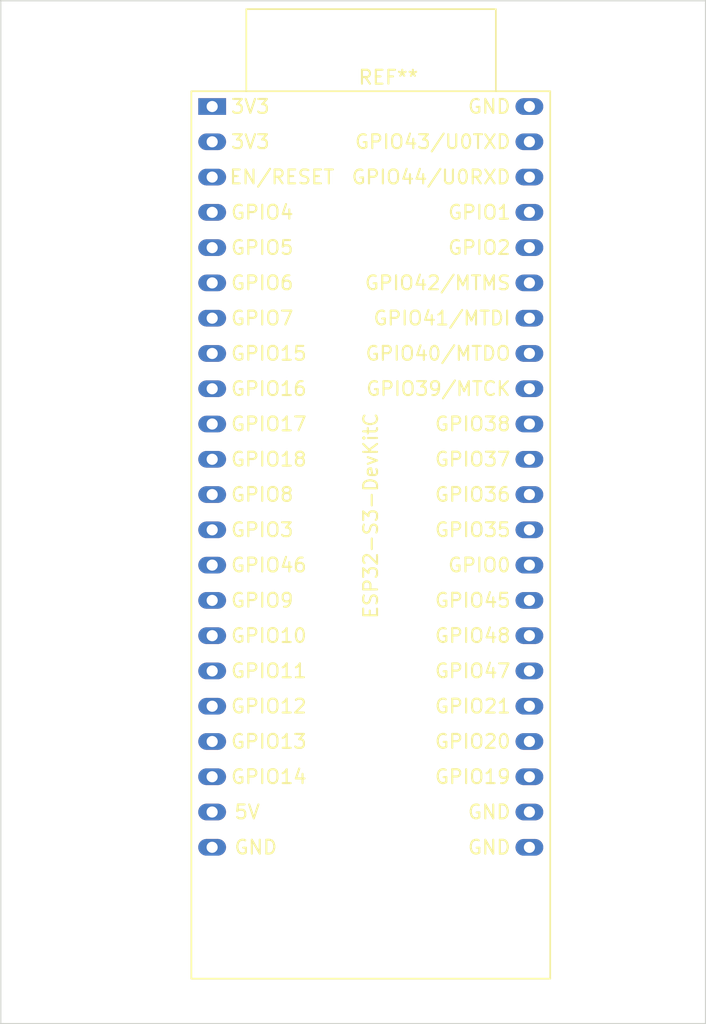
<source format=kicad_pcb>
(kicad_pcb (version 20211014) (generator pcbnew)
  (layers (0 "F.Cu" signal) (31 "B.Cu" signal) (34 "B.Paste" user) (35 "F.Paste" user) (36 "B.SilkS" user "B.Silkscreen") (37 "F.SilkS" user "F.Silkscreen") (38 "B.Mask" user) (39 "F.Mask" user) (44 "Edge.Cuts" user))
  (net 0 "")
  (footprint "ESP32:ESP32-S3-DevKitC" (layer "F.Cu") (at 96.52 22.86)
    (fp_text reference "REF**" (at 12.7 -2.1) (layer "F.SilkS"))
    (fp_text value "ESP32-S3-DevKitC" (at 11.42632 29.46128 90) (layer "F.SilkS"))
    (fp_text user "GPIO7" (at 1.27 15.24 unlocked) (layer "F.SilkS") (effects (justify left)))
    (fp_text user "GPIO44/U0RXD" (at 21.59 5.08 unlocked) (layer "F.SilkS") (effects (justify right)))
    (fp_text user "GPIO13" (at 1.27 45.72 unlocked) (layer "F.SilkS") (effects (justify left)))
    (fp_text user "GPIO8" (at 1.27 27.94 unlocked) (layer "F.SilkS") (effects (justify left)))
    (fp_text user "GPIO9" (at 1.27 35.56 unlocked) (layer "F.SilkS") (effects (justify left)))
    (fp_text user "GPIO12" (at 1.27 43.18 unlocked) (layer "F.SilkS") (effects (justify left)))
    (fp_text user "GPIO0" (at 21.59 33.02 unlocked) (layer "F.SilkS") (effects (justify right)))
    (fp_text user "GND" (at 21.59 50.8 unlocked) (layer "F.SilkS") (effects (justify right)))
    (fp_text user "GPIO17" (at 1.27 22.86 unlocked) (layer "F.SilkS") (effects (justify left)))
    (fp_text user "GPIO37" (at 21.59 25.4 unlocked) (layer "F.SilkS") (effects (justify right)))
    (fp_text user "GPIO4" (at 1.27 7.62 unlocked) (layer "F.SilkS") (effects (justify left)))
    (fp_text user "GND" (at 21.59 0 unlocked) (layer "F.SilkS") (effects (justify right)))
    (fp_text user "GPIO3" (at 1.27 30.48 unlocked) (layer "F.SilkS") (effects (justify left)))
    (fp_text user "GPIO40/MTDO" (at 21.59 17.78 unlocked) (layer "F.SilkS") (effects (justify right)))
    (fp_text user "GPIO42/MTMS" (at 21.59 12.7 unlocked) (layer "F.SilkS") (effects (justify right)))
    (fp_text user "GPIO21" (at 21.59 43.18 unlocked) (layer "F.SilkS") (effects (justify right)))
    (fp_text user "GPIO15" (at 1.27 17.78 unlocked) (layer "F.SilkS") (effects (justify left)))
    (fp_text user "GPIO35" (at 21.59 30.48 unlocked) (layer "F.SilkS") (effects (justify right)))
    (fp_text user "GPIO2" (at 21.59 10.16 unlocked) (layer "F.SilkS") (effects (justify right)))
    (fp_text user "GPIO19" (at 21.59 48.26 unlocked) (layer "F.SilkS") (effects (justify right)))
    (fp_text user "GPIO1" (at 21.59 7.62 unlocked) (layer "F.SilkS") (effects (justify right)))
    (fp_text user "5V" (at 1.52032 50.79728 unlocked) (layer "F.SilkS") (effects (justify left)))
    (fp_text user "GPIO48" (at 21.59 38.1 unlocked) (layer "F.SilkS") (effects (justify right)))
    (fp_text user "GPIO14" (at 1.27 48.26 unlocked) (layer "F.SilkS") (effects (justify left)))
    (fp_text user "GPIO39/MTCK" (at 21.59 20.32 unlocked) (layer "F.SilkS") (effects (justify right)))
    (fp_text user "GPIO20" (at 21.59 45.72 unlocked) (layer "F.SilkS") (effects (justify right)))
    (fp_text user "GPIO43/U0TXD" (at 21.59 2.54 unlocked) (layer "F.SilkS") (effects (justify right)))
    (fp_text user "GND" (at 1.52032 53.33728 unlocked) (layer "F.SilkS") (effects (justify left)))
    (fp_text user "GPIO6" (at 1.27 12.7 unlocked) (layer "F.SilkS") (effects (justify left)))
    (fp_text user "GPIO41/MTDI" (at 21.59 15.24 unlocked) (layer "F.SilkS") (effects (justify right)))
    (fp_text user "GPIO16" (at 1.27 20.32 unlocked) (layer "F.SilkS") (effects (justify left)))
    (fp_text user "GPIO5" (at 1.27 10.16 unlocked) (layer "F.SilkS") (effects (justify left)))
    (fp_text user "EN/RESET" (at 8.88632 5.07728 unlocked) (layer "F.SilkS") (effects (justify right)))
    (fp_text user "GPIO46" (at 1.27 33.02 unlocked) (layer "F.SilkS") (effects (justify left)))
    (fp_text user "3V3" (at 1.27 2.54 unlocked) (layer "F.SilkS") (effects (justify left)))
    (fp_text user "GPIO47" (at 21.59 40.64 unlocked) (layer "F.SilkS") (effects (justify right)))
    (fp_text user "GPIO10" (at 1.27 38.1 unlocked) (layer "F.SilkS") (effects (justify left)))
    (fp_text user "GPIO11" (at 1.27 40.64 unlocked) (layer "F.SilkS") (effects (justify left)))
    (fp_text user "GPIO45" (at 21.59 35.56 unlocked) (layer "F.SilkS") (effects (justify right)))
    (fp_text user "GPIO36" (at 21.59 27.94 unlocked) (layer "F.SilkS") (effects (justify right)))
    (fp_text user "GND" (at 21.59 53.34 unlocked) (layer "F.SilkS") (effects (justify right)))
    (fp_text user "GPIO18" (at 1.27 25.4 unlocked) (layer "F.SilkS") (effects (justify left)))
    (fp_text user "GPIO38" (at 21.59 22.86 unlocked) (layer "F.SilkS") (effects (justify right)))
    (fp_text user "3V3" (at 1.27 0 unlocked) (layer "F.SilkS") (effects (justify left)))
    (fp_line (start 24.359999 62.79728) (end 24.36 -1.1) (layer "F.SilkS") (width 0.12))
    (fp_line (start -1.5 62.79728) (end 24.359999 62.79728) (layer "F.SilkS") (width 0.12))
    (fp_line (start -1.499999 -1.1) (end -1.5 62.79728) (layer "F.SilkS") (width 0.12))
    (fp_line (start 24.36 -1.1) (end -1.499999 -1.1) (layer "F.SilkS") (width 0.12))
    (fp_line (start 2.46012 -1.12032) (end 2.46012 -7.01312) (layer "F.SilkS") (width 0.12))
    (fp_line (start 2.46012 -7.01312) (end 20.44332 -7.01312) (layer "F.SilkS") (width 0.12))
    (fp_line (start 20.44332 -7.01312) (end 20.44332 -1.12032) (layer "F.SilkS") (width 0.12))
    (pad "1" thru_hole rect (at 0 0 270) (size 1.2 2) (drill 0.8) (layers *.Cu *.Mask))
    (pad "2" thru_hole oval (at 0 2.54 270) (size 1.2 2) (drill 0.8) (layers *.Cu *.Mask))
    (pad "3" thru_hole oval (at 0 5.08 270) (size 1.2 2) (drill 0.8) (layers *.Cu *.Mask))
    (pad "4" thru_hole oval (at 0 7.62 270) (size 1.2 2) (drill 0.8) (layers *.Cu *.Mask))
    (pad "5" thru_hole oval (at 0 10.16 270) (size 1.2 2) (drill 0.8) (layers *.Cu *.Mask))
    (pad "6" thru_hole oval (at 0 12.7 270) (size 1.2 2) (drill 0.8) (layers *.Cu *.Mask))
    (pad "7" thru_hole oval (at 0 15.24 270) (size 1.2 2) (drill 0.8) (layers *.Cu *.Mask))
    (pad "8" thru_hole oval (at 0 17.78 270) (size 1.2 2) (drill 0.8) (layers *.Cu *.Mask))
    (pad "9" thru_hole oval (at 0 20.32 270) (size 1.2 2) (drill 0.8) (layers *.Cu *.Mask))
    (pad "10" thru_hole oval (at 0 22.86 270) (size 1.2 2) (drill 0.8) (layers *.Cu *.Mask))
    (pad "11" thru_hole oval (at 0 25.4 270) (size 1.2 2) (drill 0.8) (layers *.Cu *.Mask))
    (pad "12" thru_hole oval (at 0 27.94 270) (size 1.2 2) (drill 0.8) (layers *.Cu *.Mask))
    (pad "13" thru_hole oval (at 0 30.48 270) (size 1.2 2) (drill 0.8) (layers *.Cu *.Mask))
    (pad "14" thru_hole oval (at 0 33.02 270) (size 1.2 2) (drill 0.8) (layers *.Cu *.Mask))
    (pad "15" thru_hole oval (at 0 35.56 270) (size 1.2 2) (drill 0.8) (layers *.Cu *.Mask))
    (pad "16" thru_hole oval (at 0 38.1 270) (size 1.2 2) (drill 0.8) (layers *.Cu *.Mask))
    (pad "17" thru_hole oval (at 0 40.64 270) (size 1.2 2) (drill 0.8) (layers *.Cu *.Mask))
    (pad "18" thru_hole oval (at 0 43.18 270) (size 1.2 2) (drill 0.8) (layers *.Cu *.Mask))
    (pad "19" thru_hole oval (at 0 45.72 270) (size 1.2 2) (drill 0.8) (layers *.Cu *.Mask))
    (pad "20" thru_hole oval (at -0.00368 48.25728 270) (size 1.2 2) (drill 0.8) (layers *.Cu *.Mask))
    (pad "21" thru_hole oval (at -0.00368 50.79728 270) (size 1.2 2) (drill 0.8) (layers *.Cu *.Mask))
    (pad "22" thru_hole oval (at -0.00368 53.33728 270) (size 1.2 2) (drill 0.8) (layers *.Cu *.Mask))
    (pad "23" thru_hole oval (at 22.86 53.34 270) (size 1.2 2) (drill 0.8) (layers *.Cu *.Mask))
    (pad "24" thru_hole oval (at 22.86 50.8 270) (size 1.2 2) (drill 0.8) (layers *.Cu *.Mask))
    (pad "25" thru_hole oval (at 22.86 48.26 270) (size 1.2 2) (drill 0.8) (layers *.Cu *.Mask))
    (pad "26" thru_hole oval (at 22.86 45.72 270) (size 1.2 2) (drill 0.8) (layers *.Cu *.Mask))
    (pad "27" thru_hole oval (at 22.86 43.18 270) (size 1.2 2) (drill 0.8) (layers *.Cu *.Mask))
    (pad "28" thru_hole oval (at 22.86 40.64 270) (size 1.2 2) (drill 0.8) (layers *.Cu *.Mask))
    (pad "29" thru_hole oval (at 22.86 38.1 270) (size 1.2 2) (drill 0.8) (layers *.Cu *.Mask))
    (pad "30" thru_hole oval (at 22.86 35.56 270) (size 1.2 2) (drill 0.8) (layers *.Cu *.Mask))
    (pad "31" thru_hole oval (at 22.86 33.02 270) (size 1.2 2) (drill 0.8) (layers *.Cu *.Mask))
    (pad "32" thru_hole oval (at 22.86 30.48 270) (size 1.2 2) (drill 0.8) (layers *.Cu *.Mask))
    (pad "33" thru_hole oval (at 22.86 27.94 270) (size 1.2 2) (drill 0.8) (layers *.Cu *.Mask))
    (pad "34" thru_hole oval (at 22.86 25.4 270) (size 1.2 2) (drill 0.8) (layers *.Cu *.Mask))
    (pad "35" thru_hole oval (at 22.86 22.86 270) (size 1.2 2) (drill 0.8) (layers *.Cu *.Mask))
    (pad "36" thru_hole oval (at 22.86 20.32 270) (size 1.2 2) (drill 0.8) (layers *.Cu *.Mask))
    (pad "37" thru_hole oval (at 22.86 17.78 270) (size 1.2 2) (drill 0.8) (layers *.Cu *.Mask))
    (pad "38" thru_hole oval (at 22.86 15.24 270) (size 1.2 2) (drill 0.8) (layers *.Cu *.Mask))
    (pad "39" thru_hole oval (at 22.86 12.7 270) (size 1.2 2) (drill 0.8) (layers *.Cu *.Mask))
    (pad "40" thru_hole oval (at 22.86 10.16 270) (size 1.2 2) (drill 0.8) (layers *.Cu *.Mask))
    (pad "41" thru_hole oval (at 22.86 7.62 270) (size 1.2 2) (drill 0.8) (layers *.Cu *.Mask))
    (pad "42" thru_hole oval (at 22.86 5.08 270) (size 1.2 2) (drill 0.8) (layers *.Cu *.Mask))
    (pad "43" thru_hole oval (at 22.86 2.54 270) (size 1.2 2) (drill 0.8) (layers *.Cu *.Mask))
    (pad "44" thru_hole oval (at 22.86 0 270) (size 1.2 2) (drill 0.8) (layers *.Cu *.Mask))
  )
  (gr_line (start 81.28 88.9) (end 81.28 15.24) (layer "Edge.Cuts") (width 0.1))
  (gr_line (start 81.28 15.24) (end 132.08 15.24) (layer "Edge.Cuts") (width 0.1))
  (gr_line (start 132.08 88.9) (end 81.28 88.9) (layer "Edge.Cuts") (width 0.1))
  (gr_line (start 132.08 15.24) (end 132.08 88.9) (layer "Edge.Cuts") (width 0.1))
)
</source>
